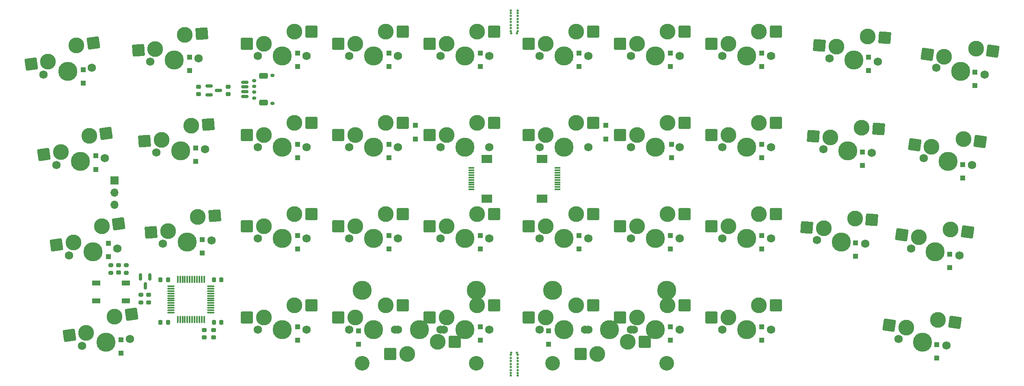
<source format=gbr>
%TF.GenerationSoftware,KiCad,Pcbnew,(7.0.0)*%
%TF.CreationDate,2024-02-16T21:37:32+01:00*%
%TF.ProjectId,tinyv pcb FFC,74696e79-7620-4706-9362-204646432e6b,rev?*%
%TF.SameCoordinates,Original*%
%TF.FileFunction,Soldermask,Bot*%
%TF.FilePolarity,Negative*%
%FSLAX46Y46*%
G04 Gerber Fmt 4.6, Leading zero omitted, Abs format (unit mm)*
G04 Created by KiCad (PCBNEW (7.0.0)) date 2024-02-16 21:37:32*
%MOMM*%
%LPD*%
G01*
G04 APERTURE LIST*
G04 Aperture macros list*
%AMRoundRect*
0 Rectangle with rounded corners*
0 $1 Rounding radius*
0 $2 $3 $4 $5 $6 $7 $8 $9 X,Y pos of 4 corners*
0 Add a 4 corners polygon primitive as box body*
4,1,4,$2,$3,$4,$5,$6,$7,$8,$9,$2,$3,0*
0 Add four circle primitives for the rounded corners*
1,1,$1+$1,$2,$3*
1,1,$1+$1,$4,$5*
1,1,$1+$1,$6,$7*
1,1,$1+$1,$8,$9*
0 Add four rect primitives between the rounded corners*
20,1,$1+$1,$2,$3,$4,$5,0*
20,1,$1+$1,$4,$5,$6,$7,0*
20,1,$1+$1,$6,$7,$8,$9,0*
20,1,$1+$1,$8,$9,$2,$3,0*%
G04 Aperture macros list end*
%ADD10C,0.500000*%
%ADD11C,3.048000*%
%ADD12C,3.987800*%
%ADD13C,1.750000*%
%ADD14C,3.300000*%
%ADD15RoundRect,0.250000X1.025000X1.000000X-1.025000X1.000000X-1.025000X-1.000000X1.025000X-1.000000X0*%
%ADD16RoundRect,0.250000X0.300000X-0.300000X0.300000X0.300000X-0.300000X0.300000X-0.300000X-0.300000X0*%
%ADD17RoundRect,0.250000X0.952747X1.069064X-1.092260X0.926064X-0.952747X-1.069064X1.092260X-0.926064X0*%
%ADD18R,1.800000X1.100000*%
%ADD19RoundRect,0.250000X1.154198X0.847616X-0.875852X1.132920X-1.154198X-0.847616X0.875852X-1.132920X0*%
%ADD20R,1.300000X0.300000*%
%ADD21R,2.200000X1.800000*%
%ADD22RoundRect,0.250000X0.875852X1.132920X-1.154198X0.847616X-0.875852X-1.132920X1.154198X-0.847616X0*%
%ADD23RoundRect,0.150000X-0.150000X0.587500X-0.150000X-0.587500X0.150000X-0.587500X0.150000X0.587500X0*%
%ADD24R,1.700000X1.700000*%
%ADD25O,1.700000X1.700000*%
%ADD26RoundRect,0.225000X-0.225000X-0.250000X0.225000X-0.250000X0.225000X0.250000X-0.225000X0.250000X0*%
%ADD27RoundRect,0.225000X-0.250000X0.225000X-0.250000X-0.225000X0.250000X-0.225000X0.250000X0.225000X0*%
%ADD28RoundRect,0.250000X-1.025000X-1.000000X1.025000X-1.000000X1.025000X1.000000X-1.025000X1.000000X0*%
%ADD29RoundRect,0.250000X1.092260X0.926064X-0.952747X1.069064X-1.092260X-0.926064X0.952747X-1.069064X0*%
%ADD30RoundRect,0.225000X0.250000X-0.225000X0.250000X0.225000X-0.250000X0.225000X-0.250000X-0.225000X0*%
%ADD31RoundRect,0.150000X-0.625000X0.150000X-0.625000X-0.150000X0.625000X-0.150000X0.625000X0.150000X0*%
%ADD32RoundRect,0.250000X-0.650000X0.350000X-0.650000X-0.350000X0.650000X-0.350000X0.650000X0.350000X0*%
%ADD33RoundRect,0.200000X0.275000X-0.200000X0.275000X0.200000X-0.275000X0.200000X-0.275000X-0.200000X0*%
%ADD34RoundRect,0.150000X-0.275000X0.150000X-0.275000X-0.150000X0.275000X-0.150000X0.275000X0.150000X0*%
%ADD35RoundRect,0.175000X-0.225000X0.175000X-0.225000X-0.175000X0.225000X-0.175000X0.225000X0.175000X0*%
%ADD36RoundRect,0.150000X-0.587500X-0.150000X0.587500X-0.150000X0.587500X0.150000X-0.587500X0.150000X0*%
%ADD37RoundRect,0.075000X0.075000X-0.662500X0.075000X0.662500X-0.075000X0.662500X-0.075000X-0.662500X0*%
%ADD38RoundRect,0.075000X0.662500X-0.075000X0.662500X0.075000X-0.662500X0.075000X-0.662500X-0.075000X0*%
%ADD39RoundRect,0.225000X0.225000X0.250000X-0.225000X0.250000X-0.225000X-0.250000X0.225000X-0.250000X0*%
G04 APERTURE END LIST*
D10*
%TO.C,REF\u002A\u002A*%
X153852401Y-25082869D03*
X153851778Y-25721491D03*
X153851778Y-24451491D03*
X153851778Y-23816491D03*
X153851778Y-23181491D03*
X153851778Y-22549229D03*
X153851778Y-21911491D03*
X153849770Y-21403402D03*
X153727271Y-26180756D03*
%TD*%
%TO.C,REF\u002A\u002A*%
X152386158Y-93979630D03*
X152386781Y-93341008D03*
X152386781Y-94611008D03*
X152386781Y-95246008D03*
X152386781Y-95881008D03*
X152386781Y-96513270D03*
X152386781Y-97151008D03*
X152399335Y-97645060D03*
X152506338Y-92882008D03*
%TD*%
%TO.C,REF\u002A\u002A*%
X152396427Y-21399073D03*
X152399377Y-22546122D03*
X152400000Y-21907500D03*
X152400000Y-23177500D03*
X152400000Y-23812500D03*
X152400000Y-24447500D03*
X152400000Y-25079762D03*
X152400000Y-25717500D03*
X152519557Y-26204434D03*
%TD*%
D11*
%TO.C,S1*%
X145256250Y-95091250D03*
D12*
X145256250Y-79851250D03*
D11*
X121443750Y-95091250D03*
D12*
X121443750Y-79851250D03*
%TD*%
D11*
%TO.C,S2*%
X184943750Y-95091250D03*
D12*
X184943750Y-79851250D03*
D11*
X161131250Y-95091250D03*
D12*
X161131250Y-79851250D03*
%TD*%
D10*
%TO.C,REF\u002A\u002A*%
X153856393Y-96520369D03*
X153855770Y-97158991D03*
X153855770Y-95888991D03*
X153855770Y-95253991D03*
X153855770Y-94618991D03*
X153855770Y-93986729D03*
X153855770Y-93348991D03*
X153852856Y-97663138D03*
X153727031Y-92862294D03*
%TD*%
D13*
%TO.C,MX4*%
X128905000Y-30956250D03*
D12*
X123825000Y-30956250D03*
D13*
X118745000Y-30956250D03*
D14*
X120015000Y-28416250D03*
D15*
X116465000Y-28416250D03*
X129915000Y-25876250D03*
D14*
X126365000Y-25876250D03*
%TD*%
D16*
%TO.C,D21*%
X68505464Y-72837500D03*
X68505464Y-70037500D03*
%TD*%
%TO.C,D34*%
X120650000Y-91093750D03*
X120650000Y-88293750D03*
%TD*%
D13*
%TO.C,MX23*%
X109855000Y-69056250D03*
D12*
X104775000Y-69056250D03*
D13*
X99695000Y-69056250D03*
D14*
X100965000Y-66516250D03*
D15*
X97415000Y-66516250D03*
X110865000Y-63976250D03*
D14*
X107315000Y-63976250D03*
%TD*%
D16*
%TO.C,D8*%
X204787500Y-33150000D03*
X204787500Y-30350000D03*
%TD*%
D13*
%TO.C,MX12*%
X88673028Y-50390124D03*
D12*
X83605403Y-50744487D03*
D13*
X78537778Y-51098850D03*
D14*
X79627503Y-48476446D03*
D17*
X76086150Y-48724082D03*
X89326205Y-45252045D03*
D14*
X85784853Y-45499680D03*
%TD*%
D16*
%TO.C,D33*%
X107950000Y-90300000D03*
X107950000Y-87500000D03*
%TD*%
%TO.C,D23*%
X107950000Y-71250000D03*
X107950000Y-68450000D03*
%TD*%
D13*
%TO.C,MX34*%
X128905000Y-88106250D03*
D12*
X123825000Y-88106250D03*
D13*
X118745000Y-88106250D03*
D14*
X120015000Y-85566250D03*
D15*
X116465000Y-85566250D03*
X129915000Y-83026250D03*
D14*
X126365000Y-83026250D03*
%TD*%
D16*
%TO.C,D2*%
X85421634Y-33998148D03*
X85421634Y-31198148D03*
%TD*%
D13*
%TO.C,MX8*%
X206692500Y-30956250D03*
D12*
X201612500Y-30956250D03*
D13*
X196532500Y-30956250D03*
D14*
X197802500Y-28416250D03*
D15*
X194252500Y-28416250D03*
X207702500Y-25876250D03*
D14*
X204152500Y-25876250D03*
%TD*%
D18*
%TO.C,SW1*%
X72156249Y-78318749D03*
X65956249Y-78318749D03*
X72156249Y-82018749D03*
X65956249Y-82018749D03*
%TD*%
D13*
%TO.C,MX40*%
X243308750Y-91393854D03*
D12*
X238278188Y-90686855D03*
D13*
X233247626Y-89979856D03*
D14*
X234858766Y-87641325D03*
D19*
X231343315Y-87147260D03*
X245015920Y-86503857D03*
D14*
X241500468Y-86009793D03*
%TD*%
D20*
%TO.C,J7*%
X162187499Y-58793749D03*
X162187499Y-58293749D03*
X162187499Y-57793749D03*
X162187499Y-57293749D03*
X162187499Y-56793749D03*
X162187499Y-56293749D03*
X162187499Y-55793749D03*
X162187499Y-55293749D03*
X162187499Y-54793749D03*
X162187499Y-54293749D03*
D21*
X158937499Y-60693749D03*
X158937499Y-52393749D03*
%TD*%
D16*
%TO.C,D28*%
X204787500Y-71250000D03*
X204787500Y-68450000D03*
%TD*%
D13*
%TO.C,MX15*%
X147955000Y-50006250D03*
D12*
X142875000Y-50006250D03*
D13*
X137795000Y-50006250D03*
D14*
X139065000Y-47466250D03*
D15*
X135515000Y-47466250D03*
X148965000Y-44926250D03*
D14*
X145415000Y-44926250D03*
%TD*%
D13*
%TO.C,MX27*%
X187642500Y-69056250D03*
D12*
X182562500Y-69056250D03*
D13*
X177482500Y-69056250D03*
D14*
X178752500Y-66516250D03*
D15*
X175202500Y-66516250D03*
X188652500Y-63976250D03*
D14*
X185102500Y-63976250D03*
%TD*%
D13*
%TO.C,MX1*%
X65075218Y-33386871D03*
D12*
X60044656Y-34093870D03*
D13*
X55014094Y-34800869D03*
D14*
X55918235Y-32108839D03*
D22*
X52402783Y-32602903D03*
X65368389Y-28215744D03*
D14*
X61852938Y-28709809D03*
%TD*%
D23*
%TO.C,Q1*%
X75250000Y-77035314D03*
X77150000Y-77035314D03*
X76200000Y-78910314D03*
%TD*%
D13*
%TO.C,MX17*%
X187642500Y-50006250D03*
D12*
X182562500Y-50006250D03*
D13*
X177482500Y-50006250D03*
D14*
X178752500Y-47466250D03*
D15*
X175202500Y-47466250D03*
X188652500Y-44926250D03*
D14*
X185102500Y-44926250D03*
%TD*%
D24*
%TO.C,J3*%
X69811963Y-56944999D03*
D25*
X69811963Y-59484999D03*
X69811963Y-62024999D03*
%TD*%
D13*
%TO.C,MX14*%
X128905000Y-50006250D03*
D12*
X123825000Y-50006250D03*
D13*
X118745000Y-50006250D03*
D14*
X120015000Y-47466250D03*
D15*
X116465000Y-47466250D03*
X129915000Y-44926250D03*
D14*
X126365000Y-44926250D03*
%TD*%
D13*
%TO.C,MX22*%
X90023794Y-69408418D03*
D12*
X84956169Y-69762781D03*
D13*
X79888544Y-70117144D03*
D14*
X80978269Y-67494740D03*
D17*
X77436916Y-67742376D03*
X90676971Y-64270339D03*
D14*
X87135619Y-64517974D03*
%TD*%
D26*
%TO.C,C4*%
X90506250Y-86518750D03*
X92056250Y-86518750D03*
%TD*%
D13*
%TO.C,MX3*%
X109855000Y-30956250D03*
D12*
X104775000Y-30956250D03*
D13*
X99695000Y-30956250D03*
D14*
X100965000Y-28416250D03*
D15*
X97415000Y-28416250D03*
X110865000Y-25876250D03*
D14*
X107315000Y-25876250D03*
%TD*%
D27*
%TO.C,C11*%
X90487500Y-88125000D03*
X90487500Y-89675000D03*
%TD*%
D16*
%TO.C,D10*%
X249237500Y-37118750D03*
X249237500Y-34318750D03*
%TD*%
%TO.C,D6*%
X166687500Y-33150000D03*
X166687500Y-30350000D03*
%TD*%
D13*
%TO.C,MX28*%
X206692500Y-69056250D03*
D12*
X201612500Y-69056250D03*
D13*
X196532500Y-69056250D03*
D14*
X197802500Y-66516250D03*
D15*
X194252500Y-66516250D03*
X207702500Y-63976250D03*
D14*
X204152500Y-63976250D03*
%TD*%
D16*
%TO.C,D20*%
X246617400Y-56391910D03*
X246617400Y-53591910D03*
%TD*%
%TO.C,D1*%
X63235561Y-36559733D03*
X63235561Y-33759733D03*
%TD*%
D13*
%TO.C,MX39*%
X167957500Y-88106250D03*
D12*
X173037500Y-88106250D03*
D13*
X178117500Y-88106250D03*
D14*
X176847500Y-90646250D03*
D28*
X180397500Y-90646250D03*
X166947500Y-93186250D03*
D14*
X170497500Y-93186250D03*
%TD*%
D16*
%TO.C,D30*%
X243980283Y-75125302D03*
X243980283Y-72325302D03*
%TD*%
%TO.C,D12*%
X86706202Y-52918434D03*
X86706202Y-50118434D03*
%TD*%
%TO.C,D4*%
X127000000Y-33150000D03*
X127000000Y-30350000D03*
%TD*%
D13*
%TO.C,MX30*%
X245947982Y-72530750D03*
D12*
X240917420Y-71823751D03*
D13*
X235886858Y-71116752D03*
D14*
X237497998Y-68778221D03*
D19*
X233982547Y-68284156D03*
X247655152Y-67640753D03*
D14*
X244139700Y-67146689D03*
%TD*%
D16*
%TO.C,D22*%
X88106250Y-72043750D03*
X88106250Y-69243750D03*
%TD*%
%TO.C,D16*%
X172243750Y-48231250D03*
X172243750Y-45431250D03*
%TD*%
%TO.C,D37*%
X185737500Y-90300000D03*
X185737500Y-87500000D03*
%TD*%
D13*
%TO.C,MX29*%
X226369242Y-70092225D03*
D12*
X221301617Y-69737862D03*
D13*
X216233992Y-69383499D03*
D14*
X217678079Y-66938277D03*
D29*
X214136727Y-66690642D03*
X227731145Y-65095054D03*
D14*
X224189793Y-64847418D03*
%TD*%
D30*
%TO.C,C8*%
X76914812Y-82369880D03*
X76914812Y-80819880D03*
%TD*%
D20*
%TO.C,J4*%
X144199999Y-54293749D03*
X144199999Y-54793749D03*
X144199999Y-55293749D03*
X144199999Y-55793749D03*
X144199999Y-56293749D03*
X144199999Y-56793749D03*
X144199999Y-57293749D03*
X144199999Y-57793749D03*
X144199999Y-58293749D03*
X144199999Y-58793749D03*
D21*
X147449999Y-52393749D03*
X147449999Y-60693749D03*
%TD*%
D16*
%TO.C,D38*%
X204787500Y-90300000D03*
X204787500Y-87500000D03*
%TD*%
D31*
%TO.C,J1*%
X96960197Y-36387500D03*
X96960197Y-37387500D03*
X96960197Y-38387500D03*
X96960197Y-39387500D03*
D32*
X100835197Y-35087500D03*
X100835197Y-40687500D03*
%TD*%
D13*
%TO.C,MX35*%
X147955000Y-88106250D03*
D12*
X142875000Y-88106250D03*
D13*
X137795000Y-88106250D03*
D14*
X139065000Y-85566250D03*
D15*
X135515000Y-85566250D03*
X148965000Y-83026250D03*
D14*
X145415000Y-83026250D03*
%TD*%
D16*
%TO.C,D17*%
X185991623Y-52200000D03*
X185991623Y-49400000D03*
%TD*%
D13*
%TO.C,MX20*%
X248612134Y-53667645D03*
D12*
X243581572Y-52960646D03*
D13*
X238551010Y-52253647D03*
D14*
X240162150Y-49915116D03*
D19*
X236646699Y-49421051D03*
X250319304Y-48777648D03*
D14*
X246803852Y-48283584D03*
%TD*%
D13*
%TO.C,MX24*%
X128905000Y-69056250D03*
D12*
X123825000Y-69056250D03*
D13*
X118745000Y-69056250D03*
D14*
X120015000Y-66516250D03*
D15*
X116465000Y-66516250D03*
X129915000Y-63976250D03*
D14*
X126365000Y-63976250D03*
%TD*%
D13*
%TO.C,MX26*%
X168592500Y-69056250D03*
D12*
X163512500Y-69056250D03*
D13*
X158432500Y-69056250D03*
D14*
X159702500Y-66516250D03*
D15*
X156152500Y-66516250D03*
X169602500Y-63976250D03*
D14*
X166052500Y-63976250D03*
%TD*%
D33*
%TO.C,R1*%
X75327312Y-82419880D03*
X75327312Y-80769880D03*
%TD*%
D30*
%TO.C,C2*%
X87312500Y-38875000D03*
X87312500Y-37325000D03*
%TD*%
D16*
%TO.C,D27*%
X185737500Y-71250000D03*
X185737500Y-68450000D03*
%TD*%
D27*
%TO.C,C10*%
X88488170Y-88146119D03*
X88488170Y-89696119D03*
%TD*%
D16*
%TO.C,D19*%
X225736492Y-53787499D03*
X225736492Y-50987499D03*
%TD*%
D26*
%TO.C,C3*%
X90524091Y-77609086D03*
X92074091Y-77609086D03*
%TD*%
D16*
%TO.C,D40*%
X241271408Y-93997194D03*
X241271408Y-91197194D03*
%TD*%
D13*
%TO.C,MX5*%
X147955000Y-30956250D03*
D12*
X142875000Y-30956250D03*
D13*
X137795000Y-30956250D03*
D14*
X139065000Y-28416250D03*
D15*
X135515000Y-28416250D03*
X148965000Y-25876250D03*
D14*
X145415000Y-25876250D03*
%TD*%
D13*
%TO.C,MX37*%
X187642500Y-88106250D03*
D12*
X182562500Y-88106250D03*
D13*
X177482500Y-88106250D03*
D14*
X178752500Y-85566250D03*
D15*
X175202500Y-85566250D03*
X188652500Y-83026250D03*
D14*
X185102500Y-83026250D03*
%TD*%
D16*
%TO.C,D3*%
X107950000Y-33150000D03*
X107950000Y-30350000D03*
%TD*%
D13*
%TO.C,MX7*%
X187642500Y-30956250D03*
D12*
X182562500Y-30956250D03*
D13*
X177482500Y-30956250D03*
D14*
X178752500Y-28416250D03*
D15*
X175202500Y-28416250D03*
X188652500Y-25876250D03*
D14*
X185102500Y-25876250D03*
%TD*%
D16*
%TO.C,D24*%
X127000000Y-71250000D03*
X127000000Y-68450000D03*
%TD*%
%TO.C,D29*%
X224322872Y-72762184D03*
X224322872Y-69962184D03*
%TD*%
%TO.C,D15*%
X132556250Y-48231250D03*
X132556250Y-45431250D03*
%TD*%
D34*
%TO.C,J2*%
X98931250Y-36087500D03*
X98931250Y-37287500D03*
X98931250Y-38487500D03*
X98931250Y-39687500D03*
D35*
X102706250Y-34937500D03*
X102706250Y-40837500D03*
%TD*%
D33*
%TO.C,R2*%
X69056250Y-76212500D03*
X69056250Y-74562500D03*
%TD*%
D36*
%TO.C,U2*%
X89550000Y-39050000D03*
X89550000Y-37150000D03*
X91425000Y-38100000D03*
%TD*%
D33*
%TO.C,R3*%
X72231250Y-76212500D03*
X72231250Y-74562500D03*
%TD*%
D13*
%TO.C,MX2*%
X87337281Y-31395636D03*
D12*
X82269656Y-31749999D03*
D13*
X77202031Y-32104362D03*
D14*
X78291756Y-29481958D03*
D17*
X74750403Y-29729594D03*
X87990458Y-26257557D03*
D14*
X84449106Y-26505192D03*
%TD*%
D16*
%TO.C,D36*%
X160337500Y-91093750D03*
X160337500Y-88293750D03*
%TD*%
D13*
%TO.C,MX21*%
X70369814Y-71124095D03*
D12*
X65339252Y-71831094D03*
D13*
X60308690Y-72538093D03*
D14*
X61212831Y-69846063D03*
D22*
X57697379Y-70340127D03*
X70662985Y-65952968D03*
D14*
X67147534Y-66447033D03*
%TD*%
D16*
%TO.C,D7*%
X185737500Y-33150000D03*
X185737500Y-30350000D03*
%TD*%
%TO.C,D5*%
X146050000Y-33150000D03*
X146050000Y-30350000D03*
%TD*%
D37*
%TO.C,U1*%
X88475000Y-85918750D03*
X87975000Y-85918750D03*
X87475000Y-85918750D03*
X86975000Y-85918750D03*
X86475000Y-85918750D03*
X85975000Y-85918750D03*
X85475000Y-85918750D03*
X84975000Y-85918750D03*
X84475000Y-85918750D03*
X83975000Y-85918750D03*
X83475000Y-85918750D03*
X82975000Y-85918750D03*
D38*
X81562500Y-84506250D03*
X81562500Y-84006250D03*
X81562500Y-83506250D03*
X81562500Y-83006250D03*
X81562500Y-82506250D03*
X81562500Y-82006250D03*
X81562500Y-81506250D03*
X81562500Y-81006250D03*
X81562500Y-80506250D03*
X81562500Y-80006250D03*
X81562500Y-79506250D03*
X81562500Y-79006250D03*
D37*
X82975000Y-77593750D03*
X83475000Y-77593750D03*
X83975000Y-77593750D03*
X84475000Y-77593750D03*
X84975000Y-77593750D03*
X85475000Y-77593750D03*
X85975000Y-77593750D03*
X86475000Y-77593750D03*
X86975000Y-77593750D03*
X87475000Y-77593750D03*
X87975000Y-77593750D03*
X88475000Y-77593750D03*
D38*
X89887500Y-79006250D03*
X89887500Y-79506250D03*
X89887500Y-80006250D03*
X89887500Y-80506250D03*
X89887500Y-81006250D03*
X89887500Y-81506250D03*
X89887500Y-82006250D03*
X89887500Y-82506250D03*
X89887500Y-83006250D03*
X89887500Y-83506250D03*
X89887500Y-84006250D03*
X89887500Y-84506250D03*
%TD*%
D13*
%TO.C,MX33*%
X109855000Y-88106250D03*
D12*
X104775000Y-88106250D03*
D13*
X99695000Y-88106250D03*
D14*
X100965000Y-85566250D03*
D15*
X97415000Y-85566250D03*
X110865000Y-83026250D03*
D14*
X107315000Y-83026250D03*
%TD*%
D16*
%TO.C,D25*%
X146050000Y-71250000D03*
X146050000Y-68450000D03*
%TD*%
D13*
%TO.C,MX38*%
X206692500Y-88106250D03*
D12*
X201612500Y-88106250D03*
D13*
X196532500Y-88106250D03*
D14*
X197802500Y-85566250D03*
D15*
X194252500Y-85566250D03*
X207702500Y-83026250D03*
D14*
X204152500Y-83026250D03*
%TD*%
D13*
%TO.C,MX10*%
X251246263Y-34809900D03*
D12*
X246215701Y-34102901D03*
D13*
X241185139Y-33395902D03*
D14*
X242796279Y-31057371D03*
D19*
X239280828Y-30563306D03*
X252953433Y-29919903D03*
D14*
X249437981Y-29425839D03*
%TD*%
D16*
%TO.C,D14*%
X127000000Y-52200000D03*
X127000000Y-49400000D03*
%TD*%
D13*
%TO.C,MX18*%
X206692500Y-50006250D03*
D12*
X201612500Y-50006250D03*
D13*
X196532500Y-50006250D03*
D14*
X197802500Y-47466250D03*
D15*
X194252500Y-47466250D03*
X207702500Y-44926250D03*
D14*
X204152500Y-44926250D03*
%TD*%
D16*
%TO.C,D9*%
X227012500Y-33943750D03*
X227012500Y-31143750D03*
%TD*%
D39*
%TO.C,C9*%
X80943750Y-77658211D03*
X79393750Y-77658211D03*
%TD*%
D13*
%TO.C,MX32*%
X128270000Y-88106250D03*
D12*
X133350000Y-88106250D03*
D13*
X138430000Y-88106250D03*
D14*
X137160000Y-90646250D03*
D28*
X140710000Y-90646250D03*
X127260000Y-93186250D03*
D14*
X130810000Y-93186250D03*
%TD*%
D13*
%TO.C,MX31*%
X73041309Y-89994874D03*
D12*
X68010747Y-90701873D03*
D13*
X62980185Y-91408872D03*
D14*
X63884326Y-88716842D03*
D22*
X60368874Y-89210906D03*
X73334480Y-84823747D03*
D14*
X69819029Y-85317812D03*
%TD*%
D16*
%TO.C,D35*%
X146050000Y-90300000D03*
X146050000Y-87500000D03*
%TD*%
%TO.C,D31*%
X71138466Y-92960479D03*
X71138466Y-90160479D03*
%TD*%
D13*
%TO.C,MX36*%
X168592500Y-88106250D03*
D12*
X163512500Y-88106250D03*
D13*
X158432500Y-88106250D03*
D14*
X159702500Y-85566250D03*
D15*
X156152500Y-85566250D03*
X169602500Y-83026250D03*
D14*
X166052500Y-83026250D03*
%TD*%
D13*
%TO.C,MX11*%
X67749271Y-52241188D03*
D12*
X62718709Y-52948187D03*
D13*
X57688147Y-53655186D03*
D14*
X58592288Y-50963156D03*
D22*
X55076836Y-51457220D03*
X68042442Y-47070061D03*
D14*
X64526991Y-47564126D03*
%TD*%
D13*
%TO.C,MX16*%
X168592500Y-50006250D03*
D12*
X163512500Y-50006250D03*
D13*
X158432500Y-50006250D03*
D14*
X159702500Y-47466250D03*
D15*
X156152500Y-47466250D03*
X169602500Y-44926250D03*
D14*
X166052500Y-44926250D03*
%TD*%
D30*
%TO.C,C7*%
X70643750Y-76162500D03*
X70643750Y-74612500D03*
%TD*%
D16*
%TO.C,D11*%
X65881250Y-54581250D03*
X65881250Y-51781250D03*
%TD*%
D13*
%TO.C,MX25*%
X147955000Y-69056250D03*
D12*
X142875000Y-69056250D03*
D13*
X137795000Y-69056250D03*
D14*
X139065000Y-66516250D03*
D15*
X135515000Y-66516250D03*
X148965000Y-63976250D03*
D14*
X145415000Y-63976250D03*
%TD*%
D13*
%TO.C,MX9*%
X229004802Y-32116822D03*
D12*
X223937177Y-31762459D03*
D13*
X218869552Y-31408096D03*
D14*
X220313639Y-28962874D03*
D29*
X216772287Y-28715239D03*
X230366705Y-27119651D03*
D14*
X226825353Y-26872015D03*
%TD*%
D16*
%TO.C,D18*%
X204787500Y-52200000D03*
X204787500Y-49400000D03*
%TD*%
%TO.C,D13*%
X107950000Y-52200000D03*
X107950000Y-49400000D03*
%TD*%
%TO.C,D26*%
X166687500Y-71250000D03*
X166687500Y-68450000D03*
%TD*%
D39*
%TO.C,C5*%
X80943750Y-86518750D03*
X79393750Y-86518750D03*
%TD*%
D13*
%TO.C,MX19*%
X227728795Y-51120655D03*
D12*
X222661170Y-50766292D03*
D13*
X217593545Y-50411929D03*
D14*
X219037632Y-47966707D03*
D29*
X215496280Y-47719072D03*
X229090698Y-46123484D03*
D14*
X225549346Y-45875848D03*
%TD*%
D13*
%TO.C,MX13*%
X109855000Y-50006250D03*
D12*
X104775000Y-50006250D03*
D13*
X99695000Y-50006250D03*
D14*
X100965000Y-47466250D03*
D15*
X97415000Y-47466250D03*
X110865000Y-44926250D03*
D14*
X107315000Y-44926250D03*
%TD*%
D30*
%TO.C,C1*%
X93518750Y-38875000D03*
X93518750Y-37325000D03*
%TD*%
D13*
%TO.C,MX6*%
X168592500Y-30956250D03*
D12*
X163512500Y-30956250D03*
D13*
X158432500Y-30956250D03*
D14*
X159702500Y-28416250D03*
D15*
X156152500Y-28416250D03*
X169602500Y-25876250D03*
D14*
X166052500Y-25876250D03*
%TD*%
M02*

</source>
